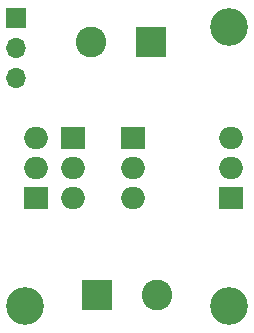
<source format=gbr>
%TF.GenerationSoftware,KiCad,Pcbnew,7.0.9*%
%TF.CreationDate,2023-12-30T10:40:08-05:00*%
%TF.ProjectId,DIY HBridge,44495920-4842-4726-9964-67652e6b6963,rev?*%
%TF.SameCoordinates,Original*%
%TF.FileFunction,Soldermask,Bot*%
%TF.FilePolarity,Negative*%
%FSLAX46Y46*%
G04 Gerber Fmt 4.6, Leading zero omitted, Abs format (unit mm)*
G04 Created by KiCad (PCBNEW 7.0.9) date 2023-12-30 10:40:08*
%MOMM*%
%LPD*%
G01*
G04 APERTURE LIST*
%ADD10R,2.000000X1.905000*%
%ADD11O,2.000000X1.905000*%
%ADD12R,1.700000X1.700000*%
%ADD13O,1.700000X1.700000*%
%ADD14C,3.200000*%
%ADD15R,2.600000X2.600000*%
%ADD16C,2.600000*%
G04 APERTURE END LIST*
D10*
%TO.C,Q1*%
X72390000Y-55880000D03*
D11*
X72390000Y-58420000D03*
X72390000Y-60960000D03*
%TD*%
D10*
%TO.C,Q3*%
X69215000Y-60960000D03*
D11*
X69215000Y-58420000D03*
X69215000Y-55880000D03*
%TD*%
D12*
%TO.C,J4*%
X67564000Y-45720000D03*
D13*
X67564000Y-48260000D03*
X67564000Y-50800000D03*
%TD*%
D10*
%TO.C,Q2*%
X77470000Y-55880000D03*
D11*
X77470000Y-58420000D03*
X77470000Y-60960000D03*
%TD*%
D14*
%TO.C,REF\u002A\u002A*%
X85598000Y-46482000D03*
%TD*%
%TO.C,REF\u002A\u002A*%
X68326000Y-70104000D03*
%TD*%
D10*
%TO.C,Q4*%
X85725000Y-60960000D03*
D11*
X85725000Y-58420000D03*
X85725000Y-55880000D03*
%TD*%
D15*
%TO.C,J1*%
X78999000Y-47701000D03*
D16*
X73919000Y-47701000D03*
%TD*%
D15*
%TO.C,J2*%
X74417000Y-69139000D03*
D16*
X79497000Y-69139000D03*
%TD*%
D14*
%TO.C,REF\u002A\u002A*%
X85598000Y-70104000D03*
%TD*%
M02*

</source>
